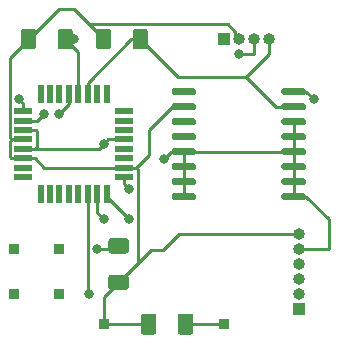
<source format=gtl>
%TF.GenerationSoftware,KiCad,Pcbnew,(5.1.12)-1*%
%TF.CreationDate,2022-02-08T18:48:31+00:00*%
%TF.ProjectId,Watch_PCB_V2,57617463-685f-4504-9342-5f56322e6b69,rev?*%
%TF.SameCoordinates,Original*%
%TF.FileFunction,Copper,L1,Top*%
%TF.FilePolarity,Positive*%
%FSLAX46Y46*%
G04 Gerber Fmt 4.6, Leading zero omitted, Abs format (unit mm)*
G04 Created by KiCad (PCBNEW (5.1.12)-1) date 2022-02-08 18:48:31*
%MOMM*%
%LPD*%
G01*
G04 APERTURE LIST*
%TA.AperFunction,ComponentPad*%
%ADD10O,1.000000X1.000000*%
%TD*%
%TA.AperFunction,ComponentPad*%
%ADD11R,1.000000X1.000000*%
%TD*%
%TA.AperFunction,ComponentPad*%
%ADD12R,0.850000X0.850000*%
%TD*%
%TA.AperFunction,SMDPad,CuDef*%
%ADD13R,1.600000X0.550000*%
%TD*%
%TA.AperFunction,SMDPad,CuDef*%
%ADD14R,0.550000X1.600000*%
%TD*%
%TA.AperFunction,ViaPad*%
%ADD15C,0.800000*%
%TD*%
%TA.AperFunction,Conductor*%
%ADD16C,0.250000*%
%TD*%
G04 APERTURE END LIST*
D10*
%TO.P,ICSP_PORT1,6*%
%TO.N,Vin*%
X217170000Y-83820000D03*
%TO.P,ICSP_PORT1,5*%
%TO.N,GND*%
X217170000Y-85090000D03*
%TO.P,ICSP_PORT1,4*%
%TO.N,SCK*%
X217170000Y-86360000D03*
%TO.P,ICSP_PORT1,3*%
%TO.N,MISO*%
X217170000Y-87630000D03*
%TO.P,ICSP_PORT1,2*%
%TO.N,MOSI*%
X217170000Y-88900000D03*
D11*
%TO.P,ICSP_PORT1,1*%
%TO.N,SS*%
X217170000Y-90170000D03*
%TD*%
D10*
%TO.P,OLED,4*%
%TO.N,SDA*%
X214630000Y-67310000D03*
%TO.P,OLED,3*%
%TO.N,SCL*%
X213360000Y-67310000D03*
%TO.P,OLED,2*%
%TO.N,Vin*%
X212090000Y-67310000D03*
D11*
%TO.P,OLED,1*%
%TO.N,GND*%
X210820000Y-67310000D03*
%TD*%
%TO.P,C1,1*%
%TO.N,Vin*%
%TA.AperFunction,SMDPad,CuDef*%
G36*
G01*
X203807500Y-92090001D02*
X203807500Y-90789999D01*
G75*
G02*
X204057499Y-90540000I249999J0D01*
G01*
X204882501Y-90540000D01*
G75*
G02*
X205132500Y-90789999I0J-249999D01*
G01*
X205132500Y-92090001D01*
G75*
G02*
X204882501Y-92340000I-249999J0D01*
G01*
X204057499Y-92340000D01*
G75*
G02*
X203807500Y-92090001I0J249999D01*
G01*
G37*
%TD.AperFunction*%
%TO.P,C1,2*%
%TO.N,GND*%
%TA.AperFunction,SMDPad,CuDef*%
G36*
G01*
X206932500Y-92090001D02*
X206932500Y-90789999D01*
G75*
G02*
X207182499Y-90540000I249999J0D01*
G01*
X208007501Y-90540000D01*
G75*
G02*
X208257500Y-90789999I0J-249999D01*
G01*
X208257500Y-92090001D01*
G75*
G02*
X208007501Y-92340000I-249999J0D01*
G01*
X207182499Y-92340000D01*
G75*
G02*
X206932500Y-92090001I0J249999D01*
G01*
G37*
%TD.AperFunction*%
%TD*%
D12*
%TO.P,GND1,1*%
%TO.N,GND*%
X210820000Y-91440000D03*
%TD*%
%TO.P,LB,1*%
%TO.N,Net-(Left_button1-Pad1)*%
X193040000Y-85090000D03*
%TD*%
%TO.P,LBI,1*%
%TO.N,GND*%
X193040000Y-88900000D03*
%TD*%
D13*
%TO.P,MCU,1*%
%TO.N,Net-(Left_button1-Pad1)*%
X193870000Y-73400000D03*
%TO.P,MCU,2*%
%TO.N,Net-(MCU1-Pad2)*%
X193870000Y-74200000D03*
%TO.P,MCU,3*%
%TO.N,GND*%
X193870000Y-75000000D03*
%TO.P,MCU,4*%
%TO.N,Vin*%
X193870000Y-75800000D03*
%TO.P,MCU,5*%
%TO.N,GND*%
X193870000Y-76600000D03*
%TO.P,MCU,6*%
%TO.N,Vin*%
X193870000Y-77400000D03*
%TO.P,MCU,7*%
%TO.N,Net-(MCU1-Pad7)*%
X193870000Y-78200000D03*
%TO.P,MCU,8*%
%TO.N,Net-(MCU1-Pad8)*%
X193870000Y-79000000D03*
D14*
%TO.P,MCU,9*%
%TO.N,Net-(MCU1-Pad9)*%
X195320000Y-80450000D03*
%TO.P,MCU,10*%
%TO.N,Net-(MCU1-Pad10)*%
X196120000Y-80450000D03*
%TO.P,MCU,11*%
%TO.N,Net-(MCU1-Pad11)*%
X196920000Y-80450000D03*
%TO.P,MCU,12*%
%TO.N,Net-(MCU1-Pad12)*%
X197720000Y-80450000D03*
%TO.P,MCU,13*%
%TO.N,Net-(MCU1-Pad13)*%
X198520000Y-80450000D03*
%TO.P,MCU,14*%
%TO.N,SS*%
X199320000Y-80450000D03*
%TO.P,MCU,15*%
%TO.N,MOSI*%
X200120000Y-80450000D03*
%TO.P,MCU,16*%
%TO.N,MISO*%
X200920000Y-80450000D03*
D13*
%TO.P,MCU,17*%
%TO.N,SCK*%
X202370000Y-79000000D03*
%TO.P,MCU,18*%
%TO.N,Vin*%
X202370000Y-78200000D03*
%TO.P,MCU,19*%
%TO.N,Net-(MCU1-Pad19)*%
X202370000Y-77400000D03*
%TO.P,MCU,20*%
%TO.N,Net-(MCU1-Pad20)*%
X202370000Y-76600000D03*
%TO.P,MCU,21*%
%TO.N,GND*%
X202370000Y-75800000D03*
%TO.P,MCU,22*%
%TO.N,Net-(MCU1-Pad22)*%
X202370000Y-75000000D03*
%TO.P,MCU,23*%
%TO.N,Net-(MCU1-Pad23)*%
X202370000Y-74200000D03*
%TO.P,MCU,24*%
%TO.N,Net-(MCU1-Pad24)*%
X202370000Y-73400000D03*
D14*
%TO.P,MCU,25*%
%TO.N,Net-(MCU1-Pad25)*%
X200920000Y-71950000D03*
%TO.P,MCU,26*%
%TO.N,Net-(MCU1-Pad26)*%
X200120000Y-71950000D03*
%TO.P,MCU,27*%
%TO.N,SDA*%
X199320000Y-71950000D03*
%TO.P,MCU,28*%
%TO.N,SCL*%
X198520000Y-71950000D03*
%TO.P,MCU,29*%
%TO.N,Net-(MCU1-Pad29)*%
X197720000Y-71950000D03*
%TO.P,MCU,30*%
%TO.N,Net-(MCU1-Pad30)*%
X196920000Y-71950000D03*
%TO.P,MCU,31*%
%TO.N,Net-(MCU1-Pad31)*%
X196120000Y-71950000D03*
%TO.P,MCU,32*%
%TO.N,Net-(MCU1-Pad32)*%
X195320000Y-71950000D03*
%TD*%
%TO.P,R1,1*%
%TO.N,Vin*%
%TA.AperFunction,SMDPad,CuDef*%
G36*
G01*
X202555000Y-88560000D02*
X201305000Y-88560000D01*
G75*
G02*
X201055000Y-88310000I0J250000D01*
G01*
X201055000Y-87510000D01*
G75*
G02*
X201305000Y-87260000I250000J0D01*
G01*
X202555000Y-87260000D01*
G75*
G02*
X202805000Y-87510000I0J-250000D01*
G01*
X202805000Y-88310000D01*
G75*
G02*
X202555000Y-88560000I-250000J0D01*
G01*
G37*
%TD.AperFunction*%
%TO.P,R1,2*%
%TO.N,Net-(MCU1-Pad29)*%
%TA.AperFunction,SMDPad,CuDef*%
G36*
G01*
X202555000Y-85460000D02*
X201305000Y-85460000D01*
G75*
G02*
X201055000Y-85210000I0J250000D01*
G01*
X201055000Y-84410000D01*
G75*
G02*
X201305000Y-84160000I250000J0D01*
G01*
X202555000Y-84160000D01*
G75*
G02*
X202805000Y-84410000I0J-250000D01*
G01*
X202805000Y-85210000D01*
G75*
G02*
X202555000Y-85460000I-250000J0D01*
G01*
G37*
%TD.AperFunction*%
%TD*%
%TO.P,R2,2*%
%TO.N,SDA*%
%TA.AperFunction,SMDPad,CuDef*%
G36*
G01*
X203110000Y-67935000D02*
X203110000Y-66685000D01*
G75*
G02*
X203360000Y-66435000I250000J0D01*
G01*
X204160000Y-66435000D01*
G75*
G02*
X204410000Y-66685000I0J-250000D01*
G01*
X204410000Y-67935000D01*
G75*
G02*
X204160000Y-68185000I-250000J0D01*
G01*
X203360000Y-68185000D01*
G75*
G02*
X203110000Y-67935000I0J250000D01*
G01*
G37*
%TD.AperFunction*%
%TO.P,R2,1*%
%TO.N,Vin*%
%TA.AperFunction,SMDPad,CuDef*%
G36*
G01*
X200010000Y-67935000D02*
X200010000Y-66685000D01*
G75*
G02*
X200260000Y-66435000I250000J0D01*
G01*
X201060000Y-66435000D01*
G75*
G02*
X201310000Y-66685000I0J-250000D01*
G01*
X201310000Y-67935000D01*
G75*
G02*
X201060000Y-68185000I-250000J0D01*
G01*
X200260000Y-68185000D01*
G75*
G02*
X200010000Y-67935000I0J250000D01*
G01*
G37*
%TD.AperFunction*%
%TD*%
%TO.P,R3,1*%
%TO.N,Vin*%
%TA.AperFunction,SMDPad,CuDef*%
G36*
G01*
X193660000Y-67935000D02*
X193660000Y-66685000D01*
G75*
G02*
X193910000Y-66435000I250000J0D01*
G01*
X194710000Y-66435000D01*
G75*
G02*
X194960000Y-66685000I0J-250000D01*
G01*
X194960000Y-67935000D01*
G75*
G02*
X194710000Y-68185000I-250000J0D01*
G01*
X193910000Y-68185000D01*
G75*
G02*
X193660000Y-67935000I0J250000D01*
G01*
G37*
%TD.AperFunction*%
%TO.P,R3,2*%
%TO.N,SCL*%
%TA.AperFunction,SMDPad,CuDef*%
G36*
G01*
X196760000Y-67935000D02*
X196760000Y-66685000D01*
G75*
G02*
X197010000Y-66435000I250000J0D01*
G01*
X197810000Y-66435000D01*
G75*
G02*
X198060000Y-66685000I0J-250000D01*
G01*
X198060000Y-67935000D01*
G75*
G02*
X197810000Y-68185000I-250000J0D01*
G01*
X197010000Y-68185000D01*
G75*
G02*
X196760000Y-67935000I0J250000D01*
G01*
G37*
%TD.AperFunction*%
%TD*%
D12*
%TO.P,RB,1*%
%TO.N,Net-(MCU1-Pad2)*%
X196850000Y-85090000D03*
%TD*%
%TO.P,RBI,1*%
%TO.N,GND*%
X196850000Y-88900000D03*
%TD*%
%TO.P,RTC,1*%
%TO.N,Net-(RTC1-Pad1)*%
%TA.AperFunction,SMDPad,CuDef*%
G36*
G01*
X206415000Y-71905000D02*
X206415000Y-71605000D01*
G75*
G02*
X206565000Y-71455000I150000J0D01*
G01*
X208315000Y-71455000D01*
G75*
G02*
X208465000Y-71605000I0J-150000D01*
G01*
X208465000Y-71905000D01*
G75*
G02*
X208315000Y-72055000I-150000J0D01*
G01*
X206565000Y-72055000D01*
G75*
G02*
X206415000Y-71905000I0J150000D01*
G01*
G37*
%TD.AperFunction*%
%TO.P,RTC,2*%
%TO.N,Vin*%
%TA.AperFunction,SMDPad,CuDef*%
G36*
G01*
X206415000Y-73175000D02*
X206415000Y-72875000D01*
G75*
G02*
X206565000Y-72725000I150000J0D01*
G01*
X208315000Y-72725000D01*
G75*
G02*
X208465000Y-72875000I0J-150000D01*
G01*
X208465000Y-73175000D01*
G75*
G02*
X208315000Y-73325000I-150000J0D01*
G01*
X206565000Y-73325000D01*
G75*
G02*
X206415000Y-73175000I0J150000D01*
G01*
G37*
%TD.AperFunction*%
%TO.P,RTC,3*%
%TO.N,Net-(RTC1-Pad3)*%
%TA.AperFunction,SMDPad,CuDef*%
G36*
G01*
X206415000Y-74445000D02*
X206415000Y-74145000D01*
G75*
G02*
X206565000Y-73995000I150000J0D01*
G01*
X208315000Y-73995000D01*
G75*
G02*
X208465000Y-74145000I0J-150000D01*
G01*
X208465000Y-74445000D01*
G75*
G02*
X208315000Y-74595000I-150000J0D01*
G01*
X206565000Y-74595000D01*
G75*
G02*
X206415000Y-74445000I0J150000D01*
G01*
G37*
%TD.AperFunction*%
%TO.P,RTC,4*%
%TO.N,Net-(RTC1-Pad4)*%
%TA.AperFunction,SMDPad,CuDef*%
G36*
G01*
X206415000Y-75715000D02*
X206415000Y-75415000D01*
G75*
G02*
X206565000Y-75265000I150000J0D01*
G01*
X208315000Y-75265000D01*
G75*
G02*
X208465000Y-75415000I0J-150000D01*
G01*
X208465000Y-75715000D01*
G75*
G02*
X208315000Y-75865000I-150000J0D01*
G01*
X206565000Y-75865000D01*
G75*
G02*
X206415000Y-75715000I0J150000D01*
G01*
G37*
%TD.AperFunction*%
%TO.P,RTC,5*%
%TO.N,GND*%
%TA.AperFunction,SMDPad,CuDef*%
G36*
G01*
X206415000Y-76985000D02*
X206415000Y-76685000D01*
G75*
G02*
X206565000Y-76535000I150000J0D01*
G01*
X208315000Y-76535000D01*
G75*
G02*
X208465000Y-76685000I0J-150000D01*
G01*
X208465000Y-76985000D01*
G75*
G02*
X208315000Y-77135000I-150000J0D01*
G01*
X206565000Y-77135000D01*
G75*
G02*
X206415000Y-76985000I0J150000D01*
G01*
G37*
%TD.AperFunction*%
%TO.P,RTC,6*%
%TA.AperFunction,SMDPad,CuDef*%
G36*
G01*
X206415000Y-78255000D02*
X206415000Y-77955000D01*
G75*
G02*
X206565000Y-77805000I150000J0D01*
G01*
X208315000Y-77805000D01*
G75*
G02*
X208465000Y-77955000I0J-150000D01*
G01*
X208465000Y-78255000D01*
G75*
G02*
X208315000Y-78405000I-150000J0D01*
G01*
X206565000Y-78405000D01*
G75*
G02*
X206415000Y-78255000I0J150000D01*
G01*
G37*
%TD.AperFunction*%
%TO.P,RTC,7*%
%TA.AperFunction,SMDPad,CuDef*%
G36*
G01*
X206415000Y-79525000D02*
X206415000Y-79225000D01*
G75*
G02*
X206565000Y-79075000I150000J0D01*
G01*
X208315000Y-79075000D01*
G75*
G02*
X208465000Y-79225000I0J-150000D01*
G01*
X208465000Y-79525000D01*
G75*
G02*
X208315000Y-79675000I-150000J0D01*
G01*
X206565000Y-79675000D01*
G75*
G02*
X206415000Y-79525000I0J150000D01*
G01*
G37*
%TD.AperFunction*%
%TO.P,RTC,8*%
%TA.AperFunction,SMDPad,CuDef*%
G36*
G01*
X206415000Y-80795000D02*
X206415000Y-80495000D01*
G75*
G02*
X206565000Y-80345000I150000J0D01*
G01*
X208315000Y-80345000D01*
G75*
G02*
X208465000Y-80495000I0J-150000D01*
G01*
X208465000Y-80795000D01*
G75*
G02*
X208315000Y-80945000I-150000J0D01*
G01*
X206565000Y-80945000D01*
G75*
G02*
X206415000Y-80795000I0J150000D01*
G01*
G37*
%TD.AperFunction*%
%TO.P,RTC,9*%
%TA.AperFunction,SMDPad,CuDef*%
G36*
G01*
X215715000Y-80795000D02*
X215715000Y-80495000D01*
G75*
G02*
X215865000Y-80345000I150000J0D01*
G01*
X217615000Y-80345000D01*
G75*
G02*
X217765000Y-80495000I0J-150000D01*
G01*
X217765000Y-80795000D01*
G75*
G02*
X217615000Y-80945000I-150000J0D01*
G01*
X215865000Y-80945000D01*
G75*
G02*
X215715000Y-80795000I0J150000D01*
G01*
G37*
%TD.AperFunction*%
%TO.P,RTC,10*%
%TA.AperFunction,SMDPad,CuDef*%
G36*
G01*
X215715000Y-79525000D02*
X215715000Y-79225000D01*
G75*
G02*
X215865000Y-79075000I150000J0D01*
G01*
X217615000Y-79075000D01*
G75*
G02*
X217765000Y-79225000I0J-150000D01*
G01*
X217765000Y-79525000D01*
G75*
G02*
X217615000Y-79675000I-150000J0D01*
G01*
X215865000Y-79675000D01*
G75*
G02*
X215715000Y-79525000I0J150000D01*
G01*
G37*
%TD.AperFunction*%
%TO.P,RTC,11*%
%TA.AperFunction,SMDPad,CuDef*%
G36*
G01*
X215715000Y-78255000D02*
X215715000Y-77955000D01*
G75*
G02*
X215865000Y-77805000I150000J0D01*
G01*
X217615000Y-77805000D01*
G75*
G02*
X217765000Y-77955000I0J-150000D01*
G01*
X217765000Y-78255000D01*
G75*
G02*
X217615000Y-78405000I-150000J0D01*
G01*
X215865000Y-78405000D01*
G75*
G02*
X215715000Y-78255000I0J150000D01*
G01*
G37*
%TD.AperFunction*%
%TO.P,RTC,12*%
%TA.AperFunction,SMDPad,CuDef*%
G36*
G01*
X215715000Y-76985000D02*
X215715000Y-76685000D01*
G75*
G02*
X215865000Y-76535000I150000J0D01*
G01*
X217615000Y-76535000D01*
G75*
G02*
X217765000Y-76685000I0J-150000D01*
G01*
X217765000Y-76985000D01*
G75*
G02*
X217615000Y-77135000I-150000J0D01*
G01*
X215865000Y-77135000D01*
G75*
G02*
X215715000Y-76985000I0J150000D01*
G01*
G37*
%TD.AperFunction*%
%TO.P,RTC,13*%
%TA.AperFunction,SMDPad,CuDef*%
G36*
G01*
X215715000Y-75715000D02*
X215715000Y-75415000D01*
G75*
G02*
X215865000Y-75265000I150000J0D01*
G01*
X217615000Y-75265000D01*
G75*
G02*
X217765000Y-75415000I0J-150000D01*
G01*
X217765000Y-75715000D01*
G75*
G02*
X217615000Y-75865000I-150000J0D01*
G01*
X215865000Y-75865000D01*
G75*
G02*
X215715000Y-75715000I0J150000D01*
G01*
G37*
%TD.AperFunction*%
%TO.P,RTC,14*%
%TA.AperFunction,SMDPad,CuDef*%
G36*
G01*
X215715000Y-74445000D02*
X215715000Y-74145000D01*
G75*
G02*
X215865000Y-73995000I150000J0D01*
G01*
X217615000Y-73995000D01*
G75*
G02*
X217765000Y-74145000I0J-150000D01*
G01*
X217765000Y-74445000D01*
G75*
G02*
X217615000Y-74595000I-150000J0D01*
G01*
X215865000Y-74595000D01*
G75*
G02*
X215715000Y-74445000I0J150000D01*
G01*
G37*
%TD.AperFunction*%
%TO.P,RTC,15*%
%TO.N,SDA*%
%TA.AperFunction,SMDPad,CuDef*%
G36*
G01*
X215715000Y-73175000D02*
X215715000Y-72875000D01*
G75*
G02*
X215865000Y-72725000I150000J0D01*
G01*
X217615000Y-72725000D01*
G75*
G02*
X217765000Y-72875000I0J-150000D01*
G01*
X217765000Y-73175000D01*
G75*
G02*
X217615000Y-73325000I-150000J0D01*
G01*
X215865000Y-73325000D01*
G75*
G02*
X215715000Y-73175000I0J150000D01*
G01*
G37*
%TD.AperFunction*%
%TO.P,RTC,16*%
%TO.N,SCL*%
%TA.AperFunction,SMDPad,CuDef*%
G36*
G01*
X215715000Y-71905000D02*
X215715000Y-71605000D01*
G75*
G02*
X215865000Y-71455000I150000J0D01*
G01*
X217615000Y-71455000D01*
G75*
G02*
X217765000Y-71605000I0J-150000D01*
G01*
X217765000Y-71905000D01*
G75*
G02*
X217615000Y-72055000I-150000J0D01*
G01*
X215865000Y-72055000D01*
G75*
G02*
X215715000Y-71905000I0J150000D01*
G01*
G37*
%TD.AperFunction*%
%TD*%
%TO.P,VDD1,1*%
%TO.N,Vin*%
X200660000Y-91440000D03*
%TD*%
D15*
%TO.N,GND*%
X205740000Y-77470000D03*
X200660000Y-76200000D03*
%TO.N,SS*%
X199390000Y-88900000D03*
%TO.N,MOSI*%
X200660000Y-82550000D03*
X200660000Y-82550000D03*
%TO.N,MISO*%
X202770001Y-82550000D03*
%TO.N,SCK*%
X202770001Y-80010000D03*
%TO.N,Net-(Left_button1-Pad1)*%
X193469999Y-72390000D03*
%TO.N,Net-(MCU1-Pad2)*%
X195580000Y-73660000D03*
%TO.N,SCL*%
X198120000Y-67310000D03*
X218440000Y-72390000D03*
X212090000Y-68580000D03*
%TO.N,Net-(MCU1-Pad29)*%
X200095000Y-85090000D03*
X196850000Y-73660000D03*
%TD*%
D16*
%TO.N,Vin*%
X200660000Y-91440000D02*
X204470000Y-91440000D01*
X200660000Y-89180000D02*
X201930000Y-87910000D01*
X200660000Y-91440000D02*
X200660000Y-89180000D01*
X192820000Y-75800000D02*
X193870000Y-75800000D01*
X192694999Y-75674999D02*
X192820000Y-75800000D01*
X192694999Y-68925001D02*
X192694999Y-75674999D01*
X194310000Y-67310000D02*
X192694999Y-68925001D01*
X192820000Y-77400000D02*
X193870000Y-77400000D01*
X192694999Y-77274999D02*
X192820000Y-77400000D01*
X192694999Y-76024999D02*
X192694999Y-77274999D01*
X192919998Y-75800000D02*
X192694999Y-76024999D01*
X193870000Y-75800000D02*
X192919998Y-75800000D01*
X194820002Y-77400000D02*
X193870000Y-77400000D01*
X195620002Y-78200000D02*
X194820002Y-77400000D01*
X202370000Y-78200000D02*
X195620002Y-78200000D01*
X203420000Y-78200000D02*
X202370000Y-78200000D01*
X203545001Y-78325001D02*
X203420000Y-78200000D01*
X203545001Y-86294999D02*
X203545001Y-78325001D01*
X196850000Y-64770000D02*
X194310000Y-67310000D01*
X198120000Y-64770000D02*
X196850000Y-64770000D01*
X211820000Y-66708960D02*
X211151040Y-66040000D01*
X211820000Y-67310000D02*
X211820000Y-66708960D01*
X211151040Y-66040000D02*
X199390000Y-66040000D01*
X199390000Y-66040000D02*
X198120000Y-64770000D01*
X200660000Y-67310000D02*
X199390000Y-66040000D01*
X204670000Y-85170000D02*
X203340000Y-86500000D01*
X203340000Y-86500000D02*
X203545001Y-86294999D01*
X201930000Y-87910000D02*
X203340000Y-86500000D01*
X204670000Y-85170000D02*
X205660000Y-85170000D01*
X207010000Y-83820000D02*
X217170000Y-83820000D01*
X205660000Y-85170000D02*
X207010000Y-83820000D01*
X203420000Y-78200000D02*
X204470000Y-77150000D01*
X206415000Y-73025000D02*
X207440000Y-73025000D01*
X204470000Y-74970000D02*
X206415000Y-73025000D01*
X204470000Y-77150000D02*
X204470000Y-74970000D01*
%TO.N,GND*%
X207595000Y-91440000D02*
X210820000Y-91440000D01*
X216740000Y-80645000D02*
X216740000Y-79375000D01*
X216740000Y-79375000D02*
X216740000Y-78105000D01*
X216740000Y-78105000D02*
X216740000Y-76835000D01*
X216740000Y-76835000D02*
X207440000Y-76835000D01*
X207440000Y-76835000D02*
X207440000Y-78105000D01*
X207440000Y-78105000D02*
X207440000Y-79375000D01*
X207440000Y-80645000D02*
X207440000Y-79375000D01*
X216740000Y-80645000D02*
X217805000Y-80645000D01*
X217805000Y-80645000D02*
X219710000Y-82550000D01*
X219710000Y-82550000D02*
X219710000Y-85090000D01*
X219710000Y-85090000D02*
X217170000Y-85090000D01*
X206375000Y-76835000D02*
X205740000Y-77470000D01*
X207440000Y-76835000D02*
X206375000Y-76835000D01*
X201060000Y-75800000D02*
X200660000Y-76200000D01*
X202370000Y-75800000D02*
X201060000Y-75800000D01*
X216740000Y-74295000D02*
X216740000Y-75565000D01*
X216740000Y-75565000D02*
X216740000Y-76835000D01*
X194820002Y-76600000D02*
X193870000Y-76600000D01*
X195045001Y-76375001D02*
X194820002Y-76600000D01*
X195045001Y-75125001D02*
X195045001Y-76375001D01*
X194920000Y-75000000D02*
X195045001Y-75125001D01*
X193870000Y-75000000D02*
X194920000Y-75000000D01*
X200260001Y-76599999D02*
X200660000Y-76200000D01*
X193870000Y-76600000D02*
X200260001Y-76599999D01*
%TO.N,SS*%
X199320000Y-88830000D02*
X199390000Y-88900000D01*
X199320000Y-80450000D02*
X199320000Y-88830000D01*
%TO.N,MOSI*%
X200120000Y-82010000D02*
X200660000Y-82550000D01*
X200120000Y-80450000D02*
X200120000Y-82010000D01*
%TO.N,MISO*%
X200920000Y-80699999D02*
X202770001Y-82550000D01*
X200920000Y-80450000D02*
X200920000Y-80699999D01*
%TO.N,SCK*%
X202370000Y-79609999D02*
X202770001Y-80010000D01*
X202370000Y-79000000D02*
X202370000Y-79609999D01*
%TO.N,Net-(Left_button1-Pad1)*%
X193870000Y-72790001D02*
X193469999Y-72390000D01*
X193870000Y-73400000D02*
X193870000Y-72790001D01*
%TO.N,Net-(MCU1-Pad2)*%
X195040000Y-74200000D02*
X195580000Y-73660000D01*
X193870000Y-74200000D02*
X195040000Y-74200000D01*
%TO.N,SDA*%
X199320000Y-70999998D02*
X199320000Y-71950000D01*
X203009998Y-67310000D02*
X199320000Y-70999998D01*
X203760000Y-67310000D02*
X203009998Y-67310000D01*
X215265000Y-73025000D02*
X216740000Y-73025000D01*
X203760000Y-67310000D02*
X204560001Y-68110001D01*
X212725000Y-70485000D02*
X215265000Y-73025000D01*
X214630000Y-68580000D02*
X212725000Y-70485000D01*
X214630000Y-67310000D02*
X214630000Y-68580000D01*
X206935000Y-70485000D02*
X203760000Y-67310000D01*
X212725000Y-70485000D02*
X206935000Y-70485000D01*
%TO.N,SCL*%
X198520000Y-68420000D02*
X198520000Y-71950000D01*
X197410000Y-67310000D02*
X198520000Y-68420000D01*
X197410000Y-67310000D02*
X198120000Y-67310000D01*
X217805000Y-71755000D02*
X216740000Y-71755000D01*
X218440000Y-72390000D02*
X217805000Y-71755000D01*
X212090000Y-68580000D02*
X213360000Y-68580000D01*
X213360000Y-68580000D02*
X213360000Y-67310000D01*
%TO.N,Net-(MCU1-Pad29)*%
X201650000Y-85090000D02*
X201930000Y-84810000D01*
X200095000Y-85090000D02*
X201650000Y-85090000D01*
X197720000Y-72790000D02*
X196850000Y-73660000D01*
X197720000Y-71950000D02*
X197720000Y-72790000D01*
%TD*%
M02*

</source>
